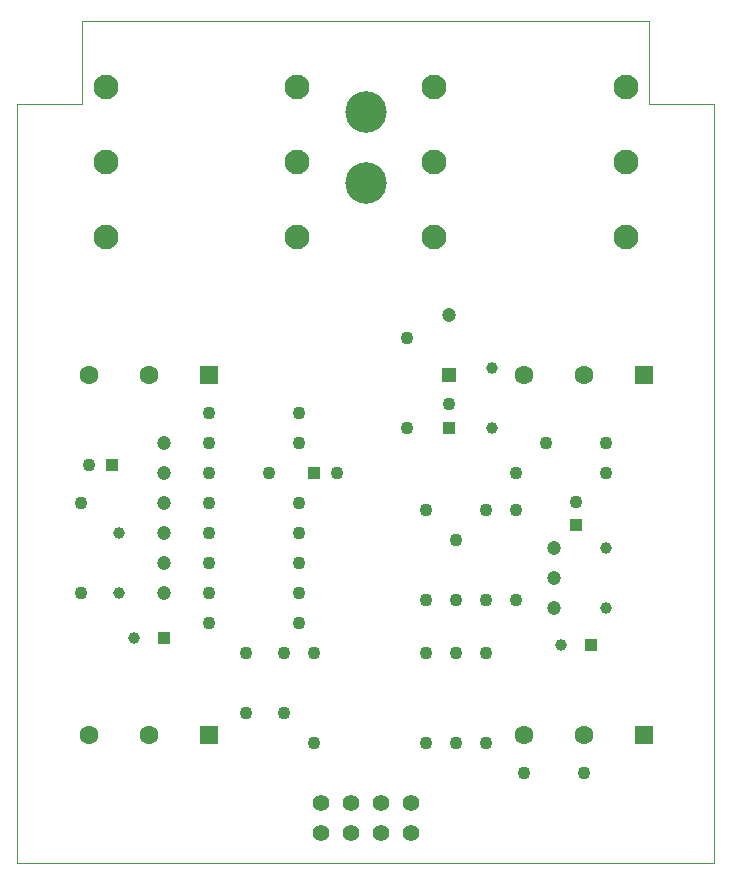
<source format=gbs>
G75*
%MOIN*%
%OFA0B0*%
%FSLAX25Y25*%
%IPPOS*%
%LPD*%
%AMOC8*
5,1,8,0,0,1.08239X$1,22.5*
%
%ADD10C,0.08268*%
%ADD11C,0.04724*%
%ADD12R,0.04724X0.04724*%
%ADD13C,0.04331*%
%ADD14R,0.04331X0.04331*%
%ADD15C,0.03937*%
%ADD16R,0.03937X0.03937*%
%ADD17R,0.06299X0.06299*%
%ADD18C,0.06299*%
%ADD19C,0.13843*%
%ADD20C,0.05512*%
%ADD21C,0.00000*%
D10*
X0034425Y0215613D03*
X0034425Y0240613D03*
X0034425Y0265613D03*
X0098323Y0265613D03*
X0098323Y0240613D03*
X0098323Y0215613D03*
X0143926Y0215550D03*
X0143926Y0240550D03*
X0143926Y0265550D03*
X0207824Y0265550D03*
X0207824Y0240550D03*
X0207824Y0215550D03*
D11*
X0148750Y0189300D03*
X0183750Y0111800D03*
X0183750Y0101800D03*
X0183750Y0091800D03*
X0053750Y0096800D03*
X0053750Y0106800D03*
X0053750Y0116800D03*
X0053750Y0126800D03*
X0053750Y0136800D03*
X0053750Y0146800D03*
D12*
X0148750Y0169300D03*
D13*
X0148750Y0159740D03*
X0134750Y0151800D03*
X0141250Y0124300D03*
X0151250Y0114300D03*
X0161250Y0124300D03*
X0171250Y0124300D03*
X0171250Y0136800D03*
X0181250Y0146800D03*
X0191250Y0127240D03*
X0201250Y0136800D03*
X0201250Y0146800D03*
X0171250Y0094300D03*
X0161250Y0094300D03*
X0151250Y0094300D03*
X0141250Y0094300D03*
X0141250Y0076800D03*
X0151250Y0076800D03*
X0161250Y0076800D03*
X0161250Y0046800D03*
X0151250Y0046800D03*
X0141250Y0046800D03*
X0173750Y0036800D03*
X0193750Y0036800D03*
X0111690Y0136800D03*
X0098750Y0126800D03*
X0098750Y0116800D03*
X0098750Y0106800D03*
X0098750Y0096800D03*
X0098750Y0086800D03*
X0093750Y0076800D03*
X0103750Y0076800D03*
X0093750Y0056800D03*
X0081250Y0056800D03*
X0081250Y0076800D03*
X0068750Y0086800D03*
X0068750Y0096800D03*
X0068750Y0106800D03*
X0068750Y0116800D03*
X0068750Y0126800D03*
X0068750Y0136800D03*
X0068750Y0146800D03*
X0068750Y0156800D03*
X0088750Y0136800D03*
X0098750Y0146800D03*
X0098750Y0156800D03*
X0134750Y0181800D03*
X0028810Y0139300D03*
X0026250Y0126800D03*
X0026250Y0096800D03*
X0103750Y0046800D03*
D14*
X0103810Y0136800D03*
X0148750Y0151860D03*
X0191250Y0119360D03*
X0036690Y0139300D03*
D15*
X0038750Y0116800D03*
X0038750Y0096800D03*
X0043750Y0081800D03*
X0163250Y0151800D03*
X0163250Y0171800D03*
X0201250Y0111800D03*
X0201250Y0091800D03*
X0186250Y0079300D03*
D16*
X0196250Y0079300D03*
X0053750Y0081800D03*
D17*
X0068750Y0049363D03*
X0068750Y0169363D03*
X0213750Y0169363D03*
X0213750Y0049363D03*
D18*
X0193750Y0049363D03*
X0173750Y0049363D03*
X0173750Y0169363D03*
X0193750Y0169363D03*
X0048750Y0169363D03*
X0028750Y0169363D03*
X0028750Y0049363D03*
X0048750Y0049363D03*
D19*
X0121125Y0233438D03*
X0121125Y0257060D03*
D20*
X0116250Y0026800D03*
X0116250Y0016800D03*
X0106250Y0016800D03*
X0106250Y0026800D03*
X0126250Y0026800D03*
X0126250Y0016800D03*
X0136250Y0016800D03*
X0136250Y0026800D03*
D21*
X0237283Y0006800D02*
X0005000Y0006800D01*
X0005000Y0259831D01*
X0026654Y0259831D01*
X0026654Y0287391D01*
X0215630Y0287391D01*
X0215630Y0259831D01*
X0237283Y0259831D01*
X0237283Y0006800D01*
M02*

</source>
